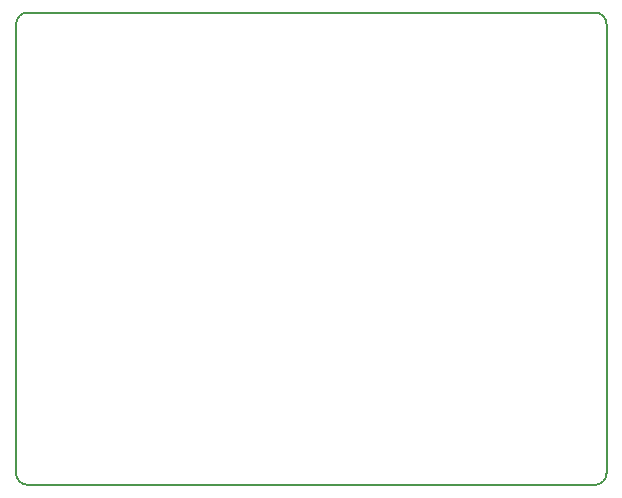
<source format=gko>
G04 Layer_Color=16720538*
%FSAX25Y25*%
%MOIN*%
G70*
G01*
G75*
%ADD40C,0.00787*%
D40*
X0297850Y0253543D02*
G03*
X0293913Y0257480I-0003937J0000000D01*
G01*
X0104937D02*
G03*
X0101000Y0253543I0000000J-0003937D01*
G01*
X0293913Y0100000D02*
G03*
X0297850Y0103937I0000000J0003937D01*
G01*
X0101000D02*
G03*
X0104937Y0100000I0003937J0000000D01*
G01*
X0101000Y0103937D02*
Y0253543D01*
X0104937Y0100000D02*
X0293913D01*
X0297850Y0103937D02*
Y0253543D01*
X0104937Y0257480D02*
X0293913D01*
M02*

</source>
